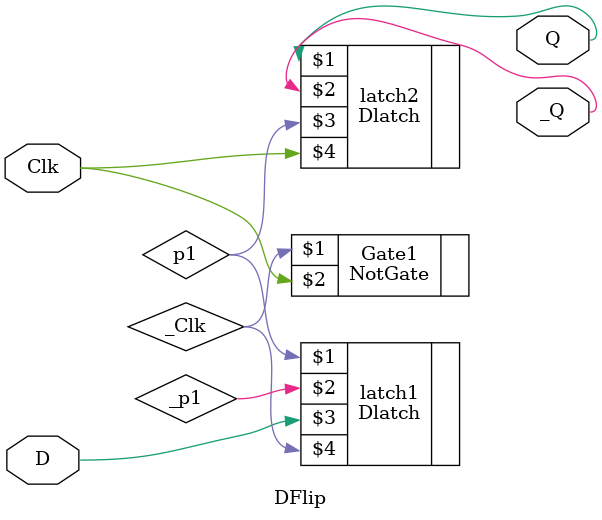
<source format=v>
module DFlip(Q, _Q, D, Clk);

input D, Clk;
output Q, _Q;

wire _Clk;

NotGate Gate1(_Clk, Clk);
Dlatch latch1(p1, _p1, D, _Clk);
Dlatch latch2(Q, _Q, p1, Clk);


endmodule

</source>
